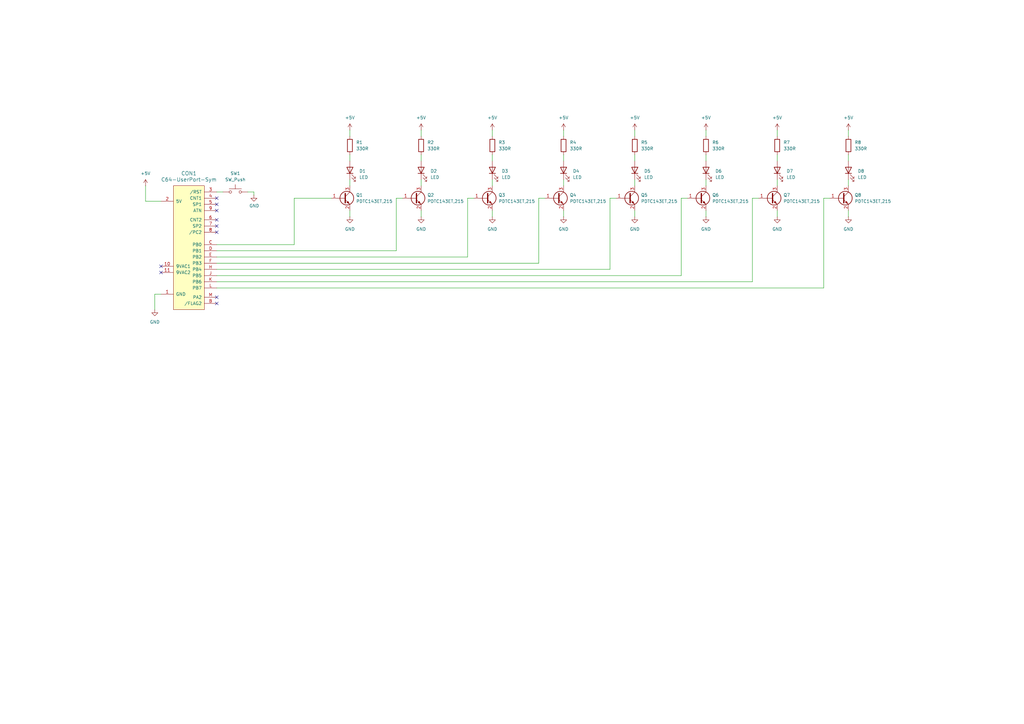
<source format=kicad_sch>
(kicad_sch (version 20250114) (generator "eeschema") (generator_version "9.0")
  (paper "A3")
  (title_block (title "C64 User Port LED") (date "2025-09-29") (rev "V1"))
  (lib_symbols
    (symbol "Device:LED" (pin_numbers (hide yes)) (pin_names (offset 1.016) (hide yes))
      (property "Reference" "D" (at 0 2.54 0))
      (property "Value" "LED" (at 0 -2.54 0))
      (symbol "LED_0_1"
        (polyline (pts (xy -3.048 -0.762) (xy -4.572 -2.286) (xy -3.81 -2.286) (xy -4.572 -2.286) (xy -4.572 -1.524)))
        (polyline (pts (xy -1.778 -0.762) (xy -3.302 -2.286) (xy -2.54 -2.286) (xy -3.302 -2.286) (xy -3.302 -1.524)))
        (polyline (pts (xy -1.27 0) (xy 1.27 0)))
        (polyline (pts (xy -1.27 -1.27) (xy -1.27 1.27)) (stroke (width 0.254)))
        (polyline (pts (xy 1.27 -1.27) (xy 1.27 1.27) (xy -1.27 0) (xy 1.27 -1.27)) (stroke (width 0.254)))
      )
      (symbol "LED_1_1"
        (pin passive line (at -3.81 0 0) (length 2.54) (name "K") (number "1"))
        (pin passive line (at 3.81 0 180) (length 2.54) (name "A") (number "2"))
      )
    )
    (symbol "Device:R" (pin_numbers (hide yes)) (pin_names (offset 0))
      (property "Reference" "R" (at 2.032 0 90))
      (property "Value" "R" (at 0 0 90))
      (symbol "R_0_1"
        (rectangle (start -1.016 -2.54) (end 1.016 2.54) (stroke (width 0.254)))
      )
      (symbol "R_1_1"
        (pin passive line (at 0 3.81 270) (length 1.27) (name "~") (number "1"))
        (pin passive line (at 0 -3.81 90) (length 1.27) (name "~") (number "2"))
      )
    )
    (symbol "Switch:SW_Push" (pin_numbers (hide yes)) (pin_names (offset 1.016) (hide yes))
      (property "Reference" "SW" (at 1.27 2.54 0))
      (property "Value" "SW_Push" (at 0 -1.524 0))
      (symbol "SW_Push_0_1"
        (circle (center -2.032 0) (radius 0.508))
        (polyline (pts (xy 0 1.27) (xy 0 3.048)))
        (circle (center 2.032 0) (radius 0.508))
        (polyline (pts (xy 2.54 1.27) (xy -2.54 1.27)))
        (pin passive line (at -5.08 0 0) (length 2.54) (name "1") (number "1"))
        (pin passive line (at 5.08 0 180) (length 2.54) (name "2") (number "2"))
      )
    )
    (symbol "Transistor_BJT:BC847" (pin_names (offset 0) (hide yes))
      (property "Reference" "Q" (at 5.08 1.905 0))
      (property "Value" "BC847" (at 5.08 0 0))
      (symbol "BC847_0_1"
        (polyline (pts (xy -2.54 0) (xy 0.635 0)))
        (polyline (pts (xy 0.635 1.905) (xy 0.635 -1.905)) (stroke (width 0.508)))
        (circle (center 1.27 0) (radius 2.8194) (stroke (width 0.254)))
      )
      (symbol "BC847_1_1"
        (polyline (pts (xy 0.635 0.635) (xy 2.54 2.54)))
        (polyline (pts (xy 0.635 -0.635) (xy 2.54 -2.54)))
        (polyline (pts (xy 1.27 -1.778) (xy 1.778 -1.27) (xy 2.286 -2.286) (xy 1.27 -1.778)) (fill (type outline)))
        (pin input line (at -5.08 0 0) (length 2.54) (name "B") (number "1"))
        (pin passive line (at 2.54 5.08 270) (length 2.54) (name "C") (number "3"))
        (pin passive line (at 2.54 -5.08 90) (length 2.54) (name "E") (number "2"))
      )
    )
    (symbol "kicad-snk-retro:C64-UserPort-Sym" (pin_names (offset 1.016))
      (property "Reference" "CON" (at 8.89 40.64 0))
      (property "Value" "C64-UserPort-Sym" (at 0 -10.16 0))
      (symbol "C64-UserPort-Sym_0_1"
        (rectangle (start -6.35 -8.89) (end 6.35 41.91) (fill (type background)))
        (rectangle (start 6.35 -2.54) (end 6.35 -2.54))
      )
      (symbol "C64-UserPort-Sym_1_1"
        (pin bidirectional line (at -11.43 39.37 0) (length 5.08) (name "/RST") (number "3"))
        (pin input line (at -11.43 36.83 0) (length 5.08) (name "CNT1") (number "4"))
        (pin bidirectional line (at -11.43 34.29 0) (length 5.08) (name "SP1") (number "5"))
        (pin output line (at -11.43 31.75 0) (length 5.08) (name "ATN") (number "9"))
        (pin input line (at -11.43 27.94 0) (length 5.08) (name "CNT2") (number "6"))
        (pin bidirectional line (at -11.43 25.4 0) (length 5.08) (name "SP2") (number "7"))
        (pin input line (at -11.43 22.86 0) (length 5.08) (name "/PC2") (number "8"))
        (pin bidirectional line (at -11.43 17.78 0) (length 5.08) (name "PB0") (number "C"))
        (pin bidirectional line (at -11.43 15.24 0) (length 5.08) (name "PB1") (number "D"))
        (pin bidirectional line (at -11.43 12.7 0) (length 5.08) (name "PB2") (number "E"))
        (pin bidirectional line (at -11.43 10.16 0) (length 5.08) (name "PB3") (number "F"))
        (pin bidirectional line (at -11.43 7.62 0) (length 5.08) (name "PB4") (number "H"))
        (pin bidirectional line (at -11.43 5.08 0) (length 5.08) (name "PB5") (number "J"))
        (pin bidirectional line (at -11.43 2.54 0) (length 5.08) (name "PB6") (number "K"))
        (pin bidirectional line (at -11.43 0 0) (length 5.08) (name "PB7") (number "L"))
        (pin bidirectional line (at -11.43 -3.81 0) (length 5.08) (name "PA2") (number "M"))
        (pin input line (at -11.43 -6.35 0) (length 5.08) (name "/FLAG2") (number "B"))
        (pin power_out line (at 11.43 35.56 180) (length 5.08) (name "5V") (number "2"))
        (pin power_out line (at 11.43 8.89 180) (length 5.08) (name "9VAC1") (number "10"))
        (pin power_out line (at 11.43 6.35 180) (length 5.08) (name "9VAC2") (number "11"))
        (pin power_out line (at 11.43 -2.54 180) (length 5.08) (name "GND") (number "1"))
      )
    )
    (symbol "power:+5V" (power) (pin_numbers (hide yes)) (pin_names (offset 0) (hide yes))
      (property "Value" "+5V" (at 0 3.556 0))
      (symbol "+5V_0_1"
        (polyline (pts (xy -0.762 1.27) (xy 0 2.54)))
        (polyline (pts (xy 0 2.54) (xy 0.762 1.27)))
        (polyline (pts (xy 0 0) (xy 0 2.54)))
      )
      (symbol "+5V_1_1"
        (pin power_in line (at 0 0 90) (length 0) (name "~") (number "1"))
      )
    )
    (symbol "power:GND" (power) (pin_numbers (hide yes)) (pin_names (offset 0) (hide yes))
      (property "Value" "GND" (at 0 -3.81 0))
      (symbol "GND_0_1"
        (polyline (pts (xy 0 0) (xy 0 -1.27) (xy 1.27 -1.27) (xy 0 -2.54) (xy -1.27 -1.27) (xy 0 -1.27)))
      )
      (symbol "GND_1_1"
        (pin power_in line (at 0 0 270) (length 0) (name "~") (number "1"))
      )
    )
  )
  (no_connect (at 88.9 92.71))
  (no_connect (at 88.9 81.28))
  (no_connect (at 88.9 90.17))
  (no_connect (at 88.9 86.36))
  (no_connect (at 66.04 111.76))
  (no_connect (at 88.9 124.46))
  (no_connect (at 88.9 83.82))
  (no_connect (at 88.9 121.92))
  (no_connect (at 66.04 109.22))
  (no_connect (at 88.9 95.25))
  (wire (pts (xy 289.56 86.36) (xy 289.56 88.9)))
  (wire (pts (xy 120.65 81.28) (xy 135.89 81.28)))
  (wire (pts (xy 279.4 81.28) (xy 281.94 81.28)))
  (wire (pts (xy 191.77 81.28) (xy 194.31 81.28)))
  (wire (pts (xy 289.56 53.34) (xy 289.56 55.88)))
  (wire (pts (xy 318.77 86.36) (xy 318.77 88.9)))
  (wire (pts (xy 260.35 73.66) (xy 260.35 76.2)))
  (wire (pts (xy 279.4 113.03) (xy 279.4 81.28)))
  (wire (pts (xy 250.19 81.28) (xy 252.73 81.28)))
  (wire (pts (xy 347.98 53.34) (xy 347.98 55.88)))
  (wire (pts (xy 201.93 63.5) (xy 201.93 66.04)))
  (wire (pts (xy 231.14 63.5) (xy 231.14 66.04)))
  (wire (pts (xy 104.14 80.01) (xy 104.14 78.74)))
  (wire (pts (xy 172.72 86.36) (xy 172.72 88.9)))
  (wire (pts (xy 201.93 53.34) (xy 201.93 55.88)))
  (wire (pts (xy 337.82 118.11) (xy 337.82 81.28)))
  (wire (pts (xy 143.51 73.66) (xy 143.51 76.2)))
  (wire (pts (xy 231.14 86.36) (xy 231.14 88.9)))
  (wire (pts (xy 318.77 63.5) (xy 318.77 66.04)))
  (wire (pts (xy 88.9 110.49) (xy 250.19 110.49)))
  (wire (pts (xy 88.9 102.87) (xy 162.56 102.87)))
  (wire (pts (xy 231.14 73.66) (xy 231.14 76.2)))
  (wire (pts (xy 337.82 81.28) (xy 340.36 81.28)))
  (wire (pts (xy 120.65 100.33) (xy 120.65 81.28)))
  (wire (pts (xy 308.61 81.28) (xy 311.15 81.28)))
  (wire (pts (xy 308.61 115.57) (xy 308.61 81.28)))
  (wire (pts (xy 143.51 53.34) (xy 143.51 55.88)))
  (wire (pts (xy 260.35 63.5) (xy 260.35 66.04)))
  (wire (pts (xy 172.72 73.66) (xy 172.72 76.2)))
  (wire (pts (xy 162.56 102.87) (xy 162.56 81.28)))
  (wire (pts (xy 88.9 115.57) (xy 308.61 115.57)))
  (wire (pts (xy 260.35 86.36) (xy 260.35 88.9)))
  (wire (pts (xy 172.72 53.34) (xy 172.72 55.88)))
  (wire (pts (xy 347.98 63.5) (xy 347.98 66.04)))
  (wire (pts (xy 201.93 86.36) (xy 201.93 88.9)))
  (wire (pts (xy 143.51 86.36) (xy 143.51 88.9)))
  (wire (pts (xy 172.72 63.5) (xy 172.72 66.04)))
  (wire (pts (xy 104.14 78.74) (xy 101.6 78.74)))
  (wire (pts (xy 347.98 86.36) (xy 347.98 88.9)))
  (wire (pts (xy 220.98 81.28) (xy 223.52 81.28)))
  (wire (pts (xy 59.69 82.55) (xy 59.69 76.2)))
  (wire (pts (xy 231.14 53.34) (xy 231.14 55.88)))
  (wire (pts (xy 88.9 107.95) (xy 220.98 107.95)))
  (wire (pts (xy 318.77 73.66) (xy 318.77 76.2)))
  (wire (pts (xy 162.56 81.28) (xy 165.1 81.28)))
  (wire (pts (xy 220.98 107.95) (xy 220.98 81.28)))
  (wire (pts (xy 66.04 82.55) (xy 59.69 82.55)))
  (wire (pts (xy 88.9 78.74) (xy 91.44 78.74)))
  (wire (pts (xy 289.56 73.66) (xy 289.56 76.2)))
  (wire (pts (xy 66.04 120.65) (xy 63.5 120.65)))
  (wire (pts (xy 143.51 63.5) (xy 143.51 66.04)))
  (wire (pts (xy 191.77 105.41) (xy 191.77 81.28)))
  (wire (pts (xy 88.9 100.33) (xy 120.65 100.33)))
  (wire (pts (xy 88.9 105.41) (xy 191.77 105.41)))
  (wire (pts (xy 347.98 73.66) (xy 347.98 76.2)))
  (wire (pts (xy 63.5 120.65) (xy 63.5 127)))
  (wire (pts (xy 88.9 113.03) (xy 279.4 113.03)))
  (wire (pts (xy 88.9 118.11) (xy 337.82 118.11)))
  (wire (pts (xy 201.93 73.66) (xy 201.93 76.2)))
  (wire (pts (xy 250.19 110.49) (xy 250.19 81.28)))
  (wire (pts (xy 289.56 63.5) (xy 289.56 66.04)))
  (wire (pts (xy 318.77 53.34) (xy 318.77 55.88)))
  (wire (pts (xy 260.35 53.34) (xy 260.35 55.88)))
  (symbol (lib_id "Device:R") (at 172.72 59.69 0) (unit 1)
    (property "Reference" "R2" (at 175.26 58.4199 0) (effects (justify left)))
    (property "Value" "330R" (at 175.26 60.9599 0) (effects (justify left)))
    (property "Footprint" "Resistor_SMD:R_0805_2012Metric_Pad1.20x1.40mm_HandSolder" (effects (hide yes)))
    (property "Description" "Resistor" (effects (hide yes)))
  )
  (symbol (lib_id "power:+5V") (at 172.72 53.34 0) (unit 1)
    (property "Reference" "#PWR03" (effects (hide yes)))
    (property "Value" "+5V" (at 172.72 48.26 0))
    (property "Description" "Power symbol creates a global label with name \"+5V\"" (effects (hide yes)))
  )
  (symbol (lib_id "power:GND") (at 143.51 88.9 0) (unit 1)
    (property "Reference" "#PWR01" (effects (hide yes)))
    (property "Value" "GND" (at 143.51 93.98 0))
    (property "Description" "Power symbol creates a global label with name \"GND\" , ground" (effects (hide yes)))
  )
  (symbol (lib_id "power:GND") (at 63.5 127 0) (unit 1)
    (property "Reference" "#PWR04" (effects (hide yes)))
    (property "Value" "GND" (at 63.5 132.08 0))
    (property "Description" "Power symbol creates a global label with name \"GND\" , ground" (effects (hide yes)))
  )
  (symbol (lib_id "power:+5V") (at 143.51 53.34 0) (unit 1)
    (property "Reference" "#PWR02" (effects (hide yes)))
    (property "Value" "+5V" (at 143.51 48.26 0))
    (property "Description" "Power symbol creates a global label with name \"+5V\"" (effects (hide yes)))
  )
  (symbol (lib_id "Device:LED") (at 172.72 69.85 90) (unit 1)
    (property "Reference" "D2" (at 176.53 70.1674 90) (effects (justify right)))
    (property "Value" "LED" (at 176.53 72.7074 90) (effects (justify right)))
    (property "Footprint" "LED_THT:LED_D5.0mm" (effects (hide yes)))
    (property "Description" "Light emitting diode" (effects (hide yes)))
    (property "Sim.Pins" "1=K 2=A" (effects (hide yes)))
  )
  (symbol (lib_id "Transistor_BJT:BC847") (at 228.6 81.28 0) (unit 1)
    (property "Reference" "Q4" (at 233.68 80.0099 0) (effects (justify left)))
    (property "Value" "PDTC143ET,215" (at 233.68 82.5499 0) (effects (justify left)))
    (property "Footprint" "Package_TO_SOT_SMD:SOT-23" (effects (hide yes)))
    (property "Datasheet" "http://www.infineon.com/dgdl/Infineon-BC847SERIES_BC848SERIES_BC849SERIES_BC850SERIES-DS-v01_01-en.pdf?fileId=db3a304314dca389011541d4630a1657" (effects (hide yes)))
    (property "Description" "0.1A Ic, 45V Vce, NPN Transistor, SOT-23" (effects (hide yes)))
  )
  (symbol (lib_id "power:GND") (at 260.35 88.9 0) (unit 1)
    (property "Reference" "#PWR011" (effects (hide yes)))
    (property "Value" "GND" (at 260.35 93.98 0))
    (property "Description" "Power symbol creates a global label with name \"GND\" , ground" (effects (hide yes)))
  )
  (symbol (lib_id "Transistor_BJT:BC847") (at 345.44 81.28 0) (unit 1)
    (property "Reference" "Q8" (at 350.52 80.0099 0) (effects (justify left)))
    (property "Value" "PDTC143ET,215" (at 350.52 82.5499 0) (effects (justify left)))
    (property "Footprint" "Package_TO_SOT_SMD:SOT-23" (effects (hide yes)))
    (property "Datasheet" "http://www.infineon.com/dgdl/Infineon-BC847SERIES_BC848SERIES_BC849SERIES_BC850SERIES-DS-v01_01-en.pdf?fileId=db3a304314dca389011541d4630a1657" (effects (hide yes)))
    (property "Description" "0.1A Ic, 45V Vce, NPN Transistor, SOT-23" (effects (hide yes)))
  )
  (symbol (lib_id "Device:LED") (at 201.93 69.85 90) (unit 1)
    (property "Reference" "D3" (at 205.74 70.1674 90) (effects (justify right)))
    (property "Value" "LED" (at 205.74 72.7074 90) (effects (justify right)))
    (property "Footprint" "LED_THT:LED_D5.0mm" (effects (hide yes)))
    (property "Description" "Light emitting diode" (effects (hide yes)))
    (property "Sim.Pins" "1=K 2=A" (effects (hide yes)))
  )
  (symbol (lib_id "power:GND") (at 231.14 88.9 0) (unit 1)
    (property "Reference" "#PWR09" (effects (hide yes)))
    (property "Value" "GND" (at 231.14 93.98 0))
    (property "Description" "Power symbol creates a global label with name \"GND\" , ground" (effects (hide yes)))
  )
  (symbol (lib_id "Transistor_BJT:BC847") (at 316.23 81.28 0) (unit 1)
    (property "Reference" "Q7" (at 321.31 80.0099 0) (effects (justify left)))
    (property "Value" "PDTC143ET,215" (at 321.31 82.5499 0) (effects (justify left)))
    (property "Footprint" "Package_TO_SOT_SMD:SOT-23" (effects (hide yes)))
    (property "Datasheet" "http://www.infineon.com/dgdl/Infineon-BC847SERIES_BC848SERIES_BC849SERIES_BC850SERIES-DS-v01_01-en.pdf?fileId=db3a304314dca389011541d4630a1657" (effects (hide yes)))
    (property "Description" "0.1A Ic, 45V Vce, NPN Transistor, SOT-23" (effects (hide yes)))
  )
  (symbol (lib_id "Transistor_BJT:BC847") (at 257.81 81.28 0) (unit 1)
    (property "Reference" "Q5" (at 262.89 80.0099 0) (effects (justify left)))
    (property "Value" "PDTC143ET,215" (at 262.89 82.5499 0) (effects (justify left)))
    (property "Footprint" "Package_TO_SOT_SMD:SOT-23" (effects (hide yes)))
    (property "Datasheet" "http://www.infineon.com/dgdl/Infineon-BC847SERIES_BC848SERIES_BC849SERIES_BC850SERIES-DS-v01_01-en.pdf?fileId=db3a304314dca389011541d4630a1657" (effects (hide yes)))
    (property "Description" "0.1A Ic, 45V Vce, NPN Transistor, SOT-23" (effects (hide yes)))
  )
  (symbol (lib_id "Device:LED") (at 260.35 69.85 90) (unit 1)
    (property "Reference" "D5" (at 264.16 70.1674 90) (effects (justify right)))
    (property "Value" "LED" (at 264.16 72.7074 90) (effects (justify right)))
    (property "Footprint" "LED_THT:LED_D5.0mm" (effects (hide yes)))
    (property "Description" "Light emitting diode" (effects (hide yes)))
    (property "Sim.Pins" "1=K 2=A" (effects (hide yes)))
  )
  (symbol (lib_id "Device:LED") (at 289.56 69.85 90) (unit 1)
    (property "Reference" "D6" (at 293.37 70.1674 90) (effects (justify right)))
    (property "Value" "LED" (at 293.37 72.7074 90) (effects (justify right)))
    (property "Footprint" "LED_THT:LED_D5.0mm" (effects (hide yes)))
    (property "Description" "Light emitting diode" (effects (hide yes)))
    (property "Sim.Pins" "1=K 2=A" (effects (hide yes)))
  )
  (symbol (lib_id "power:GND") (at 318.77 88.9 0) (unit 1)
    (property "Reference" "#PWR015" (effects (hide yes)))
    (property "Value" "GND" (at 318.77 93.98 0))
    (property "Description" "Power symbol creates a global label with name \"GND\" , ground" (effects (hide yes)))
  )
  (symbol (lib_id "power:+5V") (at 231.14 53.34 0) (unit 1)
    (property "Reference" "#PWR08" (effects (hide yes)))
    (property "Value" "+5V" (at 231.14 48.26 0))
    (property "Description" "Power symbol creates a global label with name \"+5V\"" (effects (hide yes)))
  )
  (symbol (lib_id "power:GND") (at 104.14 80.01 0) (unit 1)
    (property "Reference" "#PWR019" (effects (hide yes)))
    (property "Value" "GND" (at 104.267 84.4042 0))
  )
  (symbol (lib_id "power:+5V") (at 289.56 53.34 0) (unit 1)
    (property "Reference" "#PWR012" (effects (hide yes)))
    (property "Value" "+5V" (at 289.56 48.26 0))
    (property "Description" "Power symbol creates a global label with name \"+5V\"" (effects (hide yes)))
  )
  (symbol (lib_id "power:GND") (at 201.93 88.9 0) (unit 1)
    (property "Reference" "#PWR07" (effects (hide yes)))
    (property "Value" "GND" (at 201.93 93.98 0))
    (property "Description" "Power symbol creates a global label with name \"GND\" , ground" (effects (hide yes)))
  )
  (symbol (lib_id "Device:R") (at 347.98 59.69 0) (unit 1)
    (property "Reference" "R8" (at 350.52 58.4199 0) (effects (justify left)))
    (property "Value" "330R" (at 350.52 60.9599 0) (effects (justify left)))
    (property "Footprint" "Resistor_SMD:R_0805_2012Metric_Pad1.20x1.40mm_HandSolder" (effects (hide yes)))
    (property "Description" "Resistor" (effects (hide yes)))
  )
  (symbol (lib_id "Device:R") (at 143.51 59.69 0) (unit 1)
    (property "Reference" "R1" (at 146.05 58.4199 0) (effects (justify left)))
    (property "Value" "330R" (at 146.05 60.9599 0) (effects (justify left)))
    (property "Footprint" "Resistor_SMD:R_0805_2012Metric_Pad1.20x1.40mm_HandSolder" (effects (hide yes)))
    (property "Description" "Resistor" (effects (hide yes)))
  )
  (symbol (lib_id "Device:LED") (at 347.98 69.85 90) (unit 1)
    (property "Reference" "D8" (at 351.79 70.1674 90) (effects (justify right)))
    (property "Value" "LED" (at 351.79 72.7074 90) (effects (justify right)))
    (property "Footprint" "LED_THT:LED_D5.0mm" (effects (hide yes)))
    (property "Description" "Light emitting diode" (effects (hide yes)))
    (property "Sim.Pins" "1=K 2=A" (effects (hide yes)))
  )
  (symbol (lib_id "Device:LED") (at 231.14 69.85 90) (unit 1)
    (property "Reference" "D4" (at 234.95 70.1674 90) (effects (justify right)))
    (property "Value" "LED" (at 234.95 72.7074 90) (effects (justify right)))
    (property "Footprint" "LED_THT:LED_D5.0mm" (effects (hide yes)))
    (property "Description" "Light emitting diode" (effects (hide yes)))
    (property "Sim.Pins" "1=K 2=A" (effects (hide yes)))
  )
  (symbol (lib_id "power:+5V") (at 318.77 53.34 0) (unit 1)
    (property "Reference" "#PWR014" (effects (hide yes)))
    (property "Value" "+5V" (at 318.77 48.26 0))
    (property "Description" "Power symbol creates a global label with name \"+5V\"" (effects (hide yes)))
  )
  (symbol (lib_id "power:GND") (at 347.98 88.9 0) (unit 1)
    (property "Reference" "#PWR017" (effects (hide yes)))
    (property "Value" "GND" (at 347.98 93.98 0))
    (property "Description" "Power symbol creates a global label with name \"GND\" , ground" (effects (hide yes)))
  )
  (symbol (lib_id "Device:LED") (at 143.51 69.85 90) (unit 1)
    (property "Reference" "D1" (at 147.32 70.1674 90) (effects (justify right)))
    (property "Value" "LED" (at 147.32 72.7074 90) (effects (justify right)))
    (property "Footprint" "LED_THT:LED_D5.0mm" (effects (hide yes)))
    (property "Description" "Light emitting diode" (effects (hide yes)))
    (property "Sim.Pins" "1=K 2=A" (effects (hide yes)))
  )
  (symbol (lib_id "Switch:SW_Push") (at 96.52 78.74 0) (unit 1)
    (property "Reference" "SW1" (at 96.52 71.12 0))
    (property "Value" "SW_Push" (at 96.52 73.66 0))
    (property "Footprint" "Button_Switch_SMD:SW_SPST_CK_RS282G05A3" (effects (hide yes)))
    (property "Description" "Push button switch, generic, two pins" (effects (hide yes)))
  )
  (symbol (lib_id "power:GND") (at 172.72 88.9 0) (unit 1)
    (property "Reference" "#PWR05" (effects (hide yes)))
    (property "Value" "GND" (at 172.72 93.98 0))
    (property "Description" "Power symbol creates a global label with name \"GND\" , ground" (effects (hide yes)))
  )
  (symbol (lib_id "Transistor_BJT:BC847") (at 140.97 81.28 0) (unit 1)
    (property "Reference" "Q1" (at 146.05 80.0099 0) (effects (justify left)))
    (property "Value" "PDTC143ET,215" (at 146.05 82.5499 0) (effects (justify left)))
    (property "Footprint" "Package_TO_SOT_SMD:SOT-23" (effects (hide yes)))
    (property "Datasheet" "http://www.infineon.com/dgdl/Infineon-BC847SERIES_BC848SERIES_BC849SERIES_BC850SERIES-DS-v01_01-en.pdf?fileId=db3a304314dca389011541d4630a1657" (effects (hide yes)))
    (property "Description" "0.1A Ic, 45V Vce, NPN Transistor, SOT-23" (effects (hide yes)))
  )
  (symbol (lib_id "power:GND") (at 289.56 88.9 0) (unit 1)
    (property "Reference" "#PWR013" (effects (hide yes)))
    (property "Value" "GND" (at 289.56 93.98 0))
    (property "Description" "Power symbol creates a global label with name \"GND\" , ground" (effects (hide yes)))
  )
  (symbol (lib_id "power:+5V") (at 347.98 53.34 0) (unit 1)
    (property "Reference" "#PWR016" (effects (hide yes)))
    (property "Value" "+5V" (at 347.98 48.26 0))
    (property "Description" "Power symbol creates a global label with name \"+5V\"" (effects (hide yes)))
  )
  (symbol (lib_id "Device:LED") (at 318.77 69.85 90) (unit 1)
    (property "Reference" "D7" (at 322.58 70.1674 90) (effects (justify right)))
    (property "Value" "LED" (at 322.58 72.7074 90) (effects (justify right)))
    (property "Footprint" "LED_THT:LED_D5.0mm" (effects (hide yes)))
    (property "Description" "Light emitting diode" (effects (hide yes)))
    (property "Sim.Pins" "1=K 2=A" (effects (hide yes)))
  )
  (symbol (lib_id "Device:R") (at 260.35 59.69 0) (unit 1)
    (property "Reference" "R5" (at 262.89 58.4199 0) (effects (justify left)))
    (property "Value" "330R" (at 262.89 60.9599 0) (effects (justify left)))
    (property "Footprint" "Resistor_SMD:R_0805_2012Metric_Pad1.20x1.40mm_HandSolder" (effects (hide yes)))
    (property "Description" "Resistor" (effects (hide yes)))
  )
  (symbol (lib_id "kicad-snk-retro:C64-UserPort-Sym") (at 77.47 118.11 0) (mirror y) (unit 1)
    (property "Reference" "CON1" (at 77.47 71.12 0) (effects (font (size 1.524 1.524))))
    (property "Value" "C64-UserPort-Sym" (at 77.47 73.66 0) (effects (font (size 1.524 1.524))))
    (property "Footprint" "kicad-snk-retro:C64-User-Port-Female_Single-GND" (effects (hide yes)))
    (property "Description" "Board edge connector for the User Port of the Commodore 64 computer." (effects (hide yes)))
  )
  (symbol (lib_id "Transistor_BJT:BC847") (at 199.39 81.28 0) (unit 1)
    (property "Reference" "Q3" (at 204.47 80.0099 0) (effects (justify left)))
    (property "Value" "PDTC143ET,215" (at 204.47 82.5499 0) (effects (justify left)))
    (property "Footprint" "Package_TO_SOT_SMD:SOT-23" (effects (hide yes)))
    (property "Datasheet" "http://www.infineon.com/dgdl/Infineon-BC847SERIES_BC848SERIES_BC849SERIES_BC850SERIES-DS-v01_01-en.pdf?fileId=db3a304314dca389011541d4630a1657" (effects (hide yes)))
    (property "Description" "0.1A Ic, 45V Vce, NPN Transistor, SOT-23" (effects (hide yes)))
  )
  (symbol (lib_id "Device:R") (at 201.93 59.69 0) (unit 1)
    (property "Reference" "R3" (at 204.47 58.4199 0) (effects (justify left)))
    (property "Value" "330R" (at 204.47 60.9599 0) (effects (justify left)))
    (property "Footprint" "Resistor_SMD:R_0805_2012Metric_Pad1.20x1.40mm_HandSolder" (effects (hide yes)))
    (property "Description" "Resistor" (effects (hide yes)))
  )
  (symbol (lib_id "Transistor_BJT:BC847") (at 287.02 81.28 0) (unit 1)
    (property "Reference" "Q6" (at 292.1 80.0099 0) (effects (justify left)))
    (property "Value" "PDTC143ET,215" (at 292.1 82.5499 0) (effects (justify left)))
    (property "Footprint" "Package_TO_SOT_SMD:SOT-23" (effects (hide yes)))
    (property "Datasheet" "http://www.infineon.com/dgdl/Infineon-BC847SERIES_BC848SERIES_BC849SERIES_BC850SERIES-DS-v01_01-en.pdf?fileId=db3a304314dca389011541d4630a1657" (effects (hide yes)))
    (property "Description" "0.1A Ic, 45V Vce, NPN Transistor, SOT-23" (effects (hide yes)))
  )
  (symbol (lib_id "power:+5V") (at 201.93 53.34 0) (unit 1)
    (property "Reference" "#PWR06" (effects (hide yes)))
    (property "Value" "+5V" (at 201.93 48.26 0))
    (property "Description" "Power symbol creates a global label with name \"+5V\"" (effects (hide yes)))
  )
  (symbol (lib_id "Device:R") (at 231.14 59.69 0) (unit 1)
    (property "Reference" "R4" (at 233.68 58.4199 0) (effects (justify left)))
    (property "Value" "330R" (at 233.68 60.9599 0) (effects (justify left)))
    (property "Footprint" "Resistor_SMD:R_0805_2012Metric_Pad1.20x1.40mm_HandSolder" (effects (hide yes)))
    (property "Description" "Resistor" (effects (hide yes)))
  )
  (symbol (lib_id "Device:R") (at 289.56 59.69 0) (unit 1)
    (property "Reference" "R6" (at 292.1 58.4199 0) (effects (justify left)))
    (property "Value" "330R" (at 292.1 60.9599 0) (effects (justify left)))
    (property "Footprint" "Resistor_SMD:R_0805_2012Metric_Pad1.20x1.40mm_HandSolder" (effects (hide yes)))
    (property "Description" "Resistor" (effects (hide yes)))
  )
  (symbol (lib_id "Device:R") (at 318.77 59.69 0) (unit 1)
    (property "Reference" "R7" (at 321.31 58.4199 0) (effects (justify left)))
    (property "Value" "330R" (at 321.31 60.9599 0) (effects (justify left)))
    (property "Footprint" "Resistor_SMD:R_0805_2012Metric_Pad1.20x1.40mm_HandSolder" (effects (hide yes)))
    (property "Description" "Resistor" (effects (hide yes)))
  )
  (symbol (lib_id "power:+5V") (at 59.69 76.2 0) (unit 1)
    (property "Reference" "#PWR018" (effects (hide yes)))
    (property "Value" "+5V" (at 59.69 71.12 0))
    (property "Description" "Power symbol creates a global label with name \"+5V\"" (effects (hide yes)))
  )
  (symbol (lib_id "Transistor_BJT:BC847") (at 170.18 81.28 0) (unit 1)
    (property "Reference" "Q2" (at 175.26 80.0099 0) (effects (justify left)))
    (property "Value" "PDTC143ET,215" (at 175.26 82.5499 0) (effects (justify left)))
    (property "Footprint" "Package_TO_SOT_SMD:SOT-23" (effects (hide yes)))
    (property "Datasheet" "http://www.infineon.com/dgdl/Infineon-BC847SERIES_BC848SERIES_BC849SERIES_BC850SERIES-DS-v01_01-en.pdf?fileId=db3a304314dca389011541d4630a1657" (effects (hide yes)))
    (property "Description" "0.1A Ic, 45V Vce, NPN Transistor, SOT-23" (effects (hide yes)))
  )
  (symbol (lib_id "power:+5V") (at 260.35 53.34 0) (unit 1)
    (property "Reference" "#PWR010" (effects (hide yes)))
    (property "Value" "+5V" (at 260.35 48.26 0))
    (property "Description" "Power symbol creates a global label with name \"+5V\"" (effects (hide yes)))
  )
)
</source>
